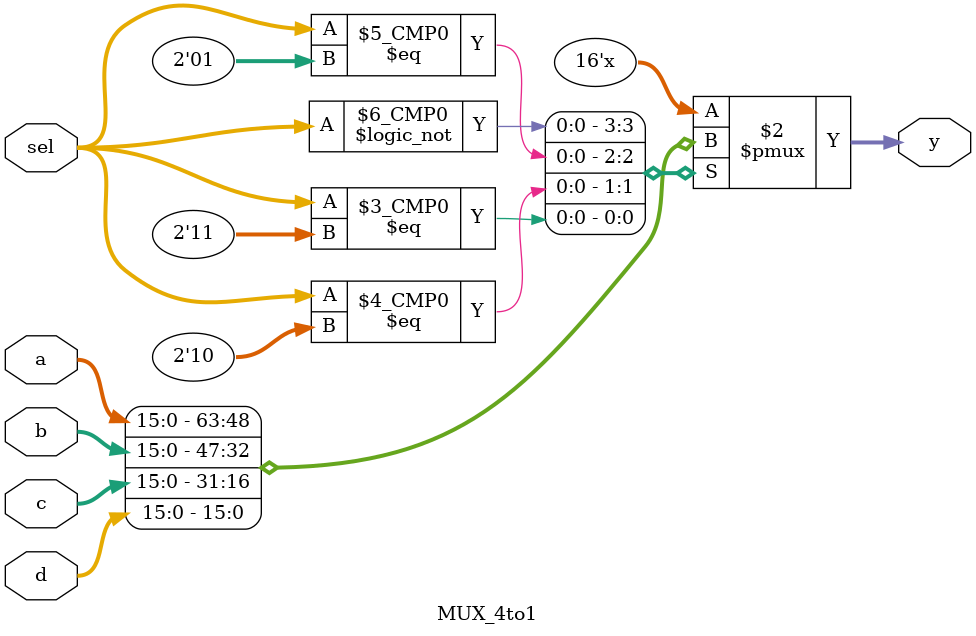
<source format=v>
`timescale 1ns / 1ps

module MUX_4to1(
    input  wire [15:0] a,
    input  wire [15:0] b,
    input  wire [15:0] c,
    input  wire [15:0] d,

    input  wire [1:0]  sel,
    output reg  [15:0] y
);

    always @(*) begin
        case (sel)
            2'b00 : y = a; 
            2'b01 : y = b; 
            2'b10 : y = c; 
            2'b11 : y = d; 
            default: y = 16'b0;
        endcase
    end

endmodule

</source>
